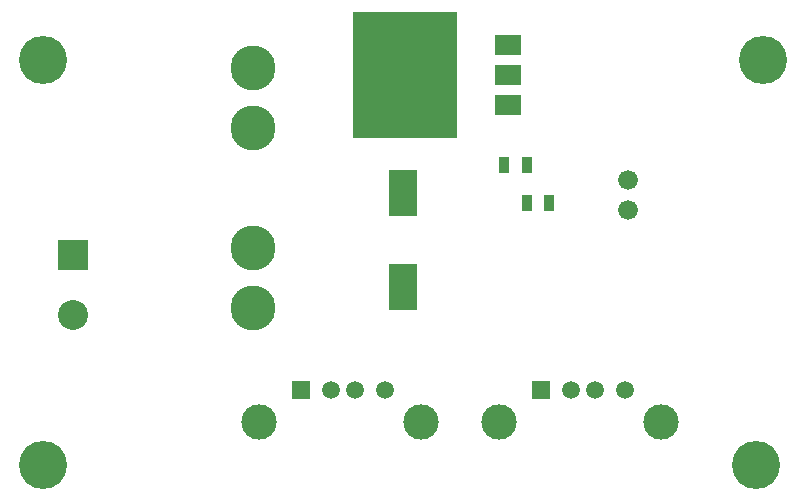
<source format=gts>
G04 (created by PCBNEW (2013-07-07 BZR 4022)-stable) date 6/7/2016 7:46:03 AM*
%MOIN*%
G04 Gerber Fmt 3.4, Leading zero omitted, Abs format*
%FSLAX34Y34*%
G01*
G70*
G90*
G04 APERTURE LIST*
%ADD10C,0.00590551*%
%ADD11C,0.0591*%
%ADD12R,0.0591X0.0591*%
%ADD13C,0.1181*%
%ADD14R,0.035X0.055*%
%ADD15C,0.066*%
%ADD16C,0.15*%
%ADD17R,0.35X0.42*%
%ADD18R,0.09X0.07*%
%ADD19R,0.0945X0.1575*%
%ADD20R,0.1X0.1*%
%ADD21C,0.1*%
%ADD22C,0.16*%
G04 APERTURE END LIST*
G54D10*
G54D11*
X33900Y-23500D03*
X32900Y-23500D03*
X32100Y-23500D03*
G54D12*
X31100Y-23500D03*
G54D13*
X35100Y-24550D03*
X29700Y-24550D03*
G54D11*
X41900Y-23500D03*
X40900Y-23500D03*
X40100Y-23500D03*
G54D12*
X39100Y-23500D03*
G54D13*
X43100Y-24550D03*
X37700Y-24550D03*
G54D14*
X38625Y-17250D03*
X39375Y-17250D03*
X38625Y-16000D03*
X37875Y-16000D03*
G54D15*
X42000Y-16500D03*
X42000Y-17500D03*
G54D16*
X29500Y-20750D03*
X29500Y-18750D03*
X29500Y-14750D03*
X29500Y-12750D03*
G54D17*
X34550Y-13000D03*
G54D18*
X38000Y-13000D03*
X38000Y-14000D03*
X38000Y-12000D03*
G54D19*
X34500Y-16925D03*
X34500Y-20075D03*
G54D20*
X23500Y-19000D03*
G54D21*
X23500Y-21000D03*
G54D22*
X22500Y-26000D03*
X22500Y-12500D03*
X46500Y-12500D03*
X46250Y-26000D03*
M02*

</source>
